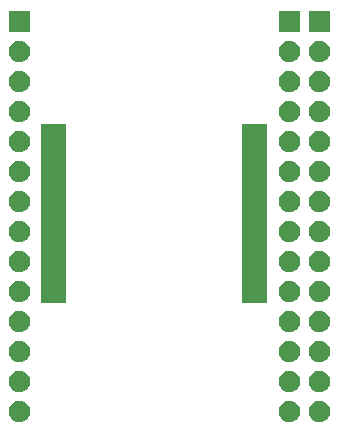
<source format=gbr>
G04 #@! TF.GenerationSoftware,KiCad,Pcbnew,5.1.5+dfsg1-2build2*
G04 #@! TF.CreationDate,2022-08-21T18:45:02-05:00*
G04 #@! TF.ProjectId,ms88sf2-breakout,6d733838-7366-4322-9d62-7265616b6f75,rev?*
G04 #@! TF.SameCoordinates,Original*
G04 #@! TF.FileFunction,Soldermask,Top*
G04 #@! TF.FilePolarity,Negative*
%FSLAX46Y46*%
G04 Gerber Fmt 4.6, Leading zero omitted, Abs format (unit mm)*
G04 Created by KiCad (PCBNEW 5.1.5+dfsg1-2build2) date 2022-08-21 18:45:02*
%MOMM*%
%LPD*%
G04 APERTURE LIST*
%ADD10C,0.100000*%
G04 APERTURE END LIST*
D10*
G36*
X77513512Y-83993927D02*
G01*
X77662812Y-84023624D01*
X77826784Y-84091544D01*
X77974354Y-84190147D01*
X78099853Y-84315646D01*
X78198456Y-84463216D01*
X78266376Y-84627188D01*
X78301000Y-84801259D01*
X78301000Y-84978741D01*
X78266376Y-85152812D01*
X78198456Y-85316784D01*
X78099853Y-85464354D01*
X77974354Y-85589853D01*
X77826784Y-85688456D01*
X77662812Y-85756376D01*
X77513512Y-85786073D01*
X77488742Y-85791000D01*
X77311258Y-85791000D01*
X77286488Y-85786073D01*
X77137188Y-85756376D01*
X76973216Y-85688456D01*
X76825646Y-85589853D01*
X76700147Y-85464354D01*
X76601544Y-85316784D01*
X76533624Y-85152812D01*
X76499000Y-84978741D01*
X76499000Y-84801259D01*
X76533624Y-84627188D01*
X76601544Y-84463216D01*
X76700147Y-84315646D01*
X76825646Y-84190147D01*
X76973216Y-84091544D01*
X77137188Y-84023624D01*
X77286488Y-83993927D01*
X77311258Y-83989000D01*
X77488742Y-83989000D01*
X77513512Y-83993927D01*
G37*
G36*
X74973512Y-83993927D02*
G01*
X75122812Y-84023624D01*
X75286784Y-84091544D01*
X75434354Y-84190147D01*
X75559853Y-84315646D01*
X75658456Y-84463216D01*
X75726376Y-84627188D01*
X75761000Y-84801259D01*
X75761000Y-84978741D01*
X75726376Y-85152812D01*
X75658456Y-85316784D01*
X75559853Y-85464354D01*
X75434354Y-85589853D01*
X75286784Y-85688456D01*
X75122812Y-85756376D01*
X74973512Y-85786073D01*
X74948742Y-85791000D01*
X74771258Y-85791000D01*
X74746488Y-85786073D01*
X74597188Y-85756376D01*
X74433216Y-85688456D01*
X74285646Y-85589853D01*
X74160147Y-85464354D01*
X74061544Y-85316784D01*
X73993624Y-85152812D01*
X73959000Y-84978741D01*
X73959000Y-84801259D01*
X73993624Y-84627188D01*
X74061544Y-84463216D01*
X74160147Y-84315646D01*
X74285646Y-84190147D01*
X74433216Y-84091544D01*
X74597188Y-84023624D01*
X74746488Y-83993927D01*
X74771258Y-83989000D01*
X74948742Y-83989000D01*
X74973512Y-83993927D01*
G37*
G36*
X52113512Y-83993927D02*
G01*
X52262812Y-84023624D01*
X52426784Y-84091544D01*
X52574354Y-84190147D01*
X52699853Y-84315646D01*
X52798456Y-84463216D01*
X52866376Y-84627188D01*
X52901000Y-84801259D01*
X52901000Y-84978741D01*
X52866376Y-85152812D01*
X52798456Y-85316784D01*
X52699853Y-85464354D01*
X52574354Y-85589853D01*
X52426784Y-85688456D01*
X52262812Y-85756376D01*
X52113512Y-85786073D01*
X52088742Y-85791000D01*
X51911258Y-85791000D01*
X51886488Y-85786073D01*
X51737188Y-85756376D01*
X51573216Y-85688456D01*
X51425646Y-85589853D01*
X51300147Y-85464354D01*
X51201544Y-85316784D01*
X51133624Y-85152812D01*
X51099000Y-84978741D01*
X51099000Y-84801259D01*
X51133624Y-84627188D01*
X51201544Y-84463216D01*
X51300147Y-84315646D01*
X51425646Y-84190147D01*
X51573216Y-84091544D01*
X51737188Y-84023624D01*
X51886488Y-83993927D01*
X51911258Y-83989000D01*
X52088742Y-83989000D01*
X52113512Y-83993927D01*
G37*
G36*
X52113512Y-81453927D02*
G01*
X52262812Y-81483624D01*
X52426784Y-81551544D01*
X52574354Y-81650147D01*
X52699853Y-81775646D01*
X52798456Y-81923216D01*
X52866376Y-82087188D01*
X52901000Y-82261259D01*
X52901000Y-82438741D01*
X52866376Y-82612812D01*
X52798456Y-82776784D01*
X52699853Y-82924354D01*
X52574354Y-83049853D01*
X52426784Y-83148456D01*
X52262812Y-83216376D01*
X52113512Y-83246073D01*
X52088742Y-83251000D01*
X51911258Y-83251000D01*
X51886488Y-83246073D01*
X51737188Y-83216376D01*
X51573216Y-83148456D01*
X51425646Y-83049853D01*
X51300147Y-82924354D01*
X51201544Y-82776784D01*
X51133624Y-82612812D01*
X51099000Y-82438741D01*
X51099000Y-82261259D01*
X51133624Y-82087188D01*
X51201544Y-81923216D01*
X51300147Y-81775646D01*
X51425646Y-81650147D01*
X51573216Y-81551544D01*
X51737188Y-81483624D01*
X51886488Y-81453927D01*
X51911258Y-81449000D01*
X52088742Y-81449000D01*
X52113512Y-81453927D01*
G37*
G36*
X77513512Y-81453927D02*
G01*
X77662812Y-81483624D01*
X77826784Y-81551544D01*
X77974354Y-81650147D01*
X78099853Y-81775646D01*
X78198456Y-81923216D01*
X78266376Y-82087188D01*
X78301000Y-82261259D01*
X78301000Y-82438741D01*
X78266376Y-82612812D01*
X78198456Y-82776784D01*
X78099853Y-82924354D01*
X77974354Y-83049853D01*
X77826784Y-83148456D01*
X77662812Y-83216376D01*
X77513512Y-83246073D01*
X77488742Y-83251000D01*
X77311258Y-83251000D01*
X77286488Y-83246073D01*
X77137188Y-83216376D01*
X76973216Y-83148456D01*
X76825646Y-83049853D01*
X76700147Y-82924354D01*
X76601544Y-82776784D01*
X76533624Y-82612812D01*
X76499000Y-82438741D01*
X76499000Y-82261259D01*
X76533624Y-82087188D01*
X76601544Y-81923216D01*
X76700147Y-81775646D01*
X76825646Y-81650147D01*
X76973216Y-81551544D01*
X77137188Y-81483624D01*
X77286488Y-81453927D01*
X77311258Y-81449000D01*
X77488742Y-81449000D01*
X77513512Y-81453927D01*
G37*
G36*
X74973512Y-81453927D02*
G01*
X75122812Y-81483624D01*
X75286784Y-81551544D01*
X75434354Y-81650147D01*
X75559853Y-81775646D01*
X75658456Y-81923216D01*
X75726376Y-82087188D01*
X75761000Y-82261259D01*
X75761000Y-82438741D01*
X75726376Y-82612812D01*
X75658456Y-82776784D01*
X75559853Y-82924354D01*
X75434354Y-83049853D01*
X75286784Y-83148456D01*
X75122812Y-83216376D01*
X74973512Y-83246073D01*
X74948742Y-83251000D01*
X74771258Y-83251000D01*
X74746488Y-83246073D01*
X74597188Y-83216376D01*
X74433216Y-83148456D01*
X74285646Y-83049853D01*
X74160147Y-82924354D01*
X74061544Y-82776784D01*
X73993624Y-82612812D01*
X73959000Y-82438741D01*
X73959000Y-82261259D01*
X73993624Y-82087188D01*
X74061544Y-81923216D01*
X74160147Y-81775646D01*
X74285646Y-81650147D01*
X74433216Y-81551544D01*
X74597188Y-81483624D01*
X74746488Y-81453927D01*
X74771258Y-81449000D01*
X74948742Y-81449000D01*
X74973512Y-81453927D01*
G37*
G36*
X77513512Y-78913927D02*
G01*
X77662812Y-78943624D01*
X77826784Y-79011544D01*
X77974354Y-79110147D01*
X78099853Y-79235646D01*
X78198456Y-79383216D01*
X78266376Y-79547188D01*
X78301000Y-79721259D01*
X78301000Y-79898741D01*
X78266376Y-80072812D01*
X78198456Y-80236784D01*
X78099853Y-80384354D01*
X77974354Y-80509853D01*
X77826784Y-80608456D01*
X77662812Y-80676376D01*
X77513512Y-80706073D01*
X77488742Y-80711000D01*
X77311258Y-80711000D01*
X77286488Y-80706073D01*
X77137188Y-80676376D01*
X76973216Y-80608456D01*
X76825646Y-80509853D01*
X76700147Y-80384354D01*
X76601544Y-80236784D01*
X76533624Y-80072812D01*
X76499000Y-79898741D01*
X76499000Y-79721259D01*
X76533624Y-79547188D01*
X76601544Y-79383216D01*
X76700147Y-79235646D01*
X76825646Y-79110147D01*
X76973216Y-79011544D01*
X77137188Y-78943624D01*
X77286488Y-78913927D01*
X77311258Y-78909000D01*
X77488742Y-78909000D01*
X77513512Y-78913927D01*
G37*
G36*
X74973512Y-78913927D02*
G01*
X75122812Y-78943624D01*
X75286784Y-79011544D01*
X75434354Y-79110147D01*
X75559853Y-79235646D01*
X75658456Y-79383216D01*
X75726376Y-79547188D01*
X75761000Y-79721259D01*
X75761000Y-79898741D01*
X75726376Y-80072812D01*
X75658456Y-80236784D01*
X75559853Y-80384354D01*
X75434354Y-80509853D01*
X75286784Y-80608456D01*
X75122812Y-80676376D01*
X74973512Y-80706073D01*
X74948742Y-80711000D01*
X74771258Y-80711000D01*
X74746488Y-80706073D01*
X74597188Y-80676376D01*
X74433216Y-80608456D01*
X74285646Y-80509853D01*
X74160147Y-80384354D01*
X74061544Y-80236784D01*
X73993624Y-80072812D01*
X73959000Y-79898741D01*
X73959000Y-79721259D01*
X73993624Y-79547188D01*
X74061544Y-79383216D01*
X74160147Y-79235646D01*
X74285646Y-79110147D01*
X74433216Y-79011544D01*
X74597188Y-78943624D01*
X74746488Y-78913927D01*
X74771258Y-78909000D01*
X74948742Y-78909000D01*
X74973512Y-78913927D01*
G37*
G36*
X52113512Y-78913927D02*
G01*
X52262812Y-78943624D01*
X52426784Y-79011544D01*
X52574354Y-79110147D01*
X52699853Y-79235646D01*
X52798456Y-79383216D01*
X52866376Y-79547188D01*
X52901000Y-79721259D01*
X52901000Y-79898741D01*
X52866376Y-80072812D01*
X52798456Y-80236784D01*
X52699853Y-80384354D01*
X52574354Y-80509853D01*
X52426784Y-80608456D01*
X52262812Y-80676376D01*
X52113512Y-80706073D01*
X52088742Y-80711000D01*
X51911258Y-80711000D01*
X51886488Y-80706073D01*
X51737188Y-80676376D01*
X51573216Y-80608456D01*
X51425646Y-80509853D01*
X51300147Y-80384354D01*
X51201544Y-80236784D01*
X51133624Y-80072812D01*
X51099000Y-79898741D01*
X51099000Y-79721259D01*
X51133624Y-79547188D01*
X51201544Y-79383216D01*
X51300147Y-79235646D01*
X51425646Y-79110147D01*
X51573216Y-79011544D01*
X51737188Y-78943624D01*
X51886488Y-78913927D01*
X51911258Y-78909000D01*
X52088742Y-78909000D01*
X52113512Y-78913927D01*
G37*
G36*
X77513512Y-76373927D02*
G01*
X77662812Y-76403624D01*
X77826784Y-76471544D01*
X77974354Y-76570147D01*
X78099853Y-76695646D01*
X78198456Y-76843216D01*
X78266376Y-77007188D01*
X78301000Y-77181259D01*
X78301000Y-77358741D01*
X78266376Y-77532812D01*
X78198456Y-77696784D01*
X78099853Y-77844354D01*
X77974354Y-77969853D01*
X77826784Y-78068456D01*
X77662812Y-78136376D01*
X77513512Y-78166073D01*
X77488742Y-78171000D01*
X77311258Y-78171000D01*
X77286488Y-78166073D01*
X77137188Y-78136376D01*
X76973216Y-78068456D01*
X76825646Y-77969853D01*
X76700147Y-77844354D01*
X76601544Y-77696784D01*
X76533624Y-77532812D01*
X76499000Y-77358741D01*
X76499000Y-77181259D01*
X76533624Y-77007188D01*
X76601544Y-76843216D01*
X76700147Y-76695646D01*
X76825646Y-76570147D01*
X76973216Y-76471544D01*
X77137188Y-76403624D01*
X77286488Y-76373927D01*
X77311258Y-76369000D01*
X77488742Y-76369000D01*
X77513512Y-76373927D01*
G37*
G36*
X52113512Y-76373927D02*
G01*
X52262812Y-76403624D01*
X52426784Y-76471544D01*
X52574354Y-76570147D01*
X52699853Y-76695646D01*
X52798456Y-76843216D01*
X52866376Y-77007188D01*
X52901000Y-77181259D01*
X52901000Y-77358741D01*
X52866376Y-77532812D01*
X52798456Y-77696784D01*
X52699853Y-77844354D01*
X52574354Y-77969853D01*
X52426784Y-78068456D01*
X52262812Y-78136376D01*
X52113512Y-78166073D01*
X52088742Y-78171000D01*
X51911258Y-78171000D01*
X51886488Y-78166073D01*
X51737188Y-78136376D01*
X51573216Y-78068456D01*
X51425646Y-77969853D01*
X51300147Y-77844354D01*
X51201544Y-77696784D01*
X51133624Y-77532812D01*
X51099000Y-77358741D01*
X51099000Y-77181259D01*
X51133624Y-77007188D01*
X51201544Y-76843216D01*
X51300147Y-76695646D01*
X51425646Y-76570147D01*
X51573216Y-76471544D01*
X51737188Y-76403624D01*
X51886488Y-76373927D01*
X51911258Y-76369000D01*
X52088742Y-76369000D01*
X52113512Y-76373927D01*
G37*
G36*
X74973512Y-76373927D02*
G01*
X75122812Y-76403624D01*
X75286784Y-76471544D01*
X75434354Y-76570147D01*
X75559853Y-76695646D01*
X75658456Y-76843216D01*
X75726376Y-77007188D01*
X75761000Y-77181259D01*
X75761000Y-77358741D01*
X75726376Y-77532812D01*
X75658456Y-77696784D01*
X75559853Y-77844354D01*
X75434354Y-77969853D01*
X75286784Y-78068456D01*
X75122812Y-78136376D01*
X74973512Y-78166073D01*
X74948742Y-78171000D01*
X74771258Y-78171000D01*
X74746488Y-78166073D01*
X74597188Y-78136376D01*
X74433216Y-78068456D01*
X74285646Y-77969853D01*
X74160147Y-77844354D01*
X74061544Y-77696784D01*
X73993624Y-77532812D01*
X73959000Y-77358741D01*
X73959000Y-77181259D01*
X73993624Y-77007188D01*
X74061544Y-76843216D01*
X74160147Y-76695646D01*
X74285646Y-76570147D01*
X74433216Y-76471544D01*
X74597188Y-76403624D01*
X74746488Y-76373927D01*
X74771258Y-76369000D01*
X74948742Y-76369000D01*
X74973512Y-76373927D01*
G37*
G36*
X55979900Y-75741000D02*
G01*
X53877900Y-75741000D01*
X53877900Y-60539000D01*
X55979900Y-60539000D01*
X55979900Y-75741000D01*
G37*
G36*
X72979900Y-75741000D02*
G01*
X70877900Y-75741000D01*
X70877900Y-60539000D01*
X72979900Y-60539000D01*
X72979900Y-75741000D01*
G37*
G36*
X77513512Y-73833927D02*
G01*
X77662812Y-73863624D01*
X77826784Y-73931544D01*
X77974354Y-74030147D01*
X78099853Y-74155646D01*
X78198456Y-74303216D01*
X78266376Y-74467188D01*
X78296073Y-74616488D01*
X78300949Y-74641000D01*
X78301000Y-74641259D01*
X78301000Y-74818741D01*
X78266376Y-74992812D01*
X78198456Y-75156784D01*
X78099853Y-75304354D01*
X77974354Y-75429853D01*
X77826784Y-75528456D01*
X77662812Y-75596376D01*
X77513512Y-75626073D01*
X77488742Y-75631000D01*
X77311258Y-75631000D01*
X77286488Y-75626073D01*
X77137188Y-75596376D01*
X76973216Y-75528456D01*
X76825646Y-75429853D01*
X76700147Y-75304354D01*
X76601544Y-75156784D01*
X76533624Y-74992812D01*
X76499000Y-74818741D01*
X76499000Y-74641259D01*
X76499052Y-74641000D01*
X76503927Y-74616488D01*
X76533624Y-74467188D01*
X76601544Y-74303216D01*
X76700147Y-74155646D01*
X76825646Y-74030147D01*
X76973216Y-73931544D01*
X77137188Y-73863624D01*
X77286488Y-73833927D01*
X77311258Y-73829000D01*
X77488742Y-73829000D01*
X77513512Y-73833927D01*
G37*
G36*
X52113512Y-73833927D02*
G01*
X52262812Y-73863624D01*
X52426784Y-73931544D01*
X52574354Y-74030147D01*
X52699853Y-74155646D01*
X52798456Y-74303216D01*
X52866376Y-74467188D01*
X52896073Y-74616488D01*
X52900949Y-74641000D01*
X52901000Y-74641259D01*
X52901000Y-74818741D01*
X52866376Y-74992812D01*
X52798456Y-75156784D01*
X52699853Y-75304354D01*
X52574354Y-75429853D01*
X52426784Y-75528456D01*
X52262812Y-75596376D01*
X52113512Y-75626073D01*
X52088742Y-75631000D01*
X51911258Y-75631000D01*
X51886488Y-75626073D01*
X51737188Y-75596376D01*
X51573216Y-75528456D01*
X51425646Y-75429853D01*
X51300147Y-75304354D01*
X51201544Y-75156784D01*
X51133624Y-74992812D01*
X51099000Y-74818741D01*
X51099000Y-74641259D01*
X51099052Y-74641000D01*
X51103927Y-74616488D01*
X51133624Y-74467188D01*
X51201544Y-74303216D01*
X51300147Y-74155646D01*
X51425646Y-74030147D01*
X51573216Y-73931544D01*
X51737188Y-73863624D01*
X51886488Y-73833927D01*
X51911258Y-73829000D01*
X52088742Y-73829000D01*
X52113512Y-73833927D01*
G37*
G36*
X74973512Y-73833927D02*
G01*
X75122812Y-73863624D01*
X75286784Y-73931544D01*
X75434354Y-74030147D01*
X75559853Y-74155646D01*
X75658456Y-74303216D01*
X75726376Y-74467188D01*
X75756073Y-74616488D01*
X75760949Y-74641000D01*
X75761000Y-74641259D01*
X75761000Y-74818741D01*
X75726376Y-74992812D01*
X75658456Y-75156784D01*
X75559853Y-75304354D01*
X75434354Y-75429853D01*
X75286784Y-75528456D01*
X75122812Y-75596376D01*
X74973512Y-75626073D01*
X74948742Y-75631000D01*
X74771258Y-75631000D01*
X74746488Y-75626073D01*
X74597188Y-75596376D01*
X74433216Y-75528456D01*
X74285646Y-75429853D01*
X74160147Y-75304354D01*
X74061544Y-75156784D01*
X73993624Y-74992812D01*
X73959000Y-74818741D01*
X73959000Y-74641259D01*
X73959052Y-74641000D01*
X73963927Y-74616488D01*
X73993624Y-74467188D01*
X74061544Y-74303216D01*
X74160147Y-74155646D01*
X74285646Y-74030147D01*
X74433216Y-73931544D01*
X74597188Y-73863624D01*
X74746488Y-73833927D01*
X74771258Y-73829000D01*
X74948742Y-73829000D01*
X74973512Y-73833927D01*
G37*
G36*
X74973512Y-71293927D02*
G01*
X75122812Y-71323624D01*
X75286784Y-71391544D01*
X75434354Y-71490147D01*
X75559853Y-71615646D01*
X75658456Y-71763216D01*
X75726376Y-71927188D01*
X75761000Y-72101259D01*
X75761000Y-72278741D01*
X75726376Y-72452812D01*
X75658456Y-72616784D01*
X75559853Y-72764354D01*
X75434354Y-72889853D01*
X75286784Y-72988456D01*
X75122812Y-73056376D01*
X74973512Y-73086073D01*
X74948742Y-73091000D01*
X74771258Y-73091000D01*
X74746488Y-73086073D01*
X74597188Y-73056376D01*
X74433216Y-72988456D01*
X74285646Y-72889853D01*
X74160147Y-72764354D01*
X74061544Y-72616784D01*
X73993624Y-72452812D01*
X73959000Y-72278741D01*
X73959000Y-72101259D01*
X73993624Y-71927188D01*
X74061544Y-71763216D01*
X74160147Y-71615646D01*
X74285646Y-71490147D01*
X74433216Y-71391544D01*
X74597188Y-71323624D01*
X74746488Y-71293927D01*
X74771258Y-71289000D01*
X74948742Y-71289000D01*
X74973512Y-71293927D01*
G37*
G36*
X77513512Y-71293927D02*
G01*
X77662812Y-71323624D01*
X77826784Y-71391544D01*
X77974354Y-71490147D01*
X78099853Y-71615646D01*
X78198456Y-71763216D01*
X78266376Y-71927188D01*
X78301000Y-72101259D01*
X78301000Y-72278741D01*
X78266376Y-72452812D01*
X78198456Y-72616784D01*
X78099853Y-72764354D01*
X77974354Y-72889853D01*
X77826784Y-72988456D01*
X77662812Y-73056376D01*
X77513512Y-73086073D01*
X77488742Y-73091000D01*
X77311258Y-73091000D01*
X77286488Y-73086073D01*
X77137188Y-73056376D01*
X76973216Y-72988456D01*
X76825646Y-72889853D01*
X76700147Y-72764354D01*
X76601544Y-72616784D01*
X76533624Y-72452812D01*
X76499000Y-72278741D01*
X76499000Y-72101259D01*
X76533624Y-71927188D01*
X76601544Y-71763216D01*
X76700147Y-71615646D01*
X76825646Y-71490147D01*
X76973216Y-71391544D01*
X77137188Y-71323624D01*
X77286488Y-71293927D01*
X77311258Y-71289000D01*
X77488742Y-71289000D01*
X77513512Y-71293927D01*
G37*
G36*
X52113512Y-71293927D02*
G01*
X52262812Y-71323624D01*
X52426784Y-71391544D01*
X52574354Y-71490147D01*
X52699853Y-71615646D01*
X52798456Y-71763216D01*
X52866376Y-71927188D01*
X52901000Y-72101259D01*
X52901000Y-72278741D01*
X52866376Y-72452812D01*
X52798456Y-72616784D01*
X52699853Y-72764354D01*
X52574354Y-72889853D01*
X52426784Y-72988456D01*
X52262812Y-73056376D01*
X52113512Y-73086073D01*
X52088742Y-73091000D01*
X51911258Y-73091000D01*
X51886488Y-73086073D01*
X51737188Y-73056376D01*
X51573216Y-72988456D01*
X51425646Y-72889853D01*
X51300147Y-72764354D01*
X51201544Y-72616784D01*
X51133624Y-72452812D01*
X51099000Y-72278741D01*
X51099000Y-72101259D01*
X51133624Y-71927188D01*
X51201544Y-71763216D01*
X51300147Y-71615646D01*
X51425646Y-71490147D01*
X51573216Y-71391544D01*
X51737188Y-71323624D01*
X51886488Y-71293927D01*
X51911258Y-71289000D01*
X52088742Y-71289000D01*
X52113512Y-71293927D01*
G37*
G36*
X77513512Y-68753927D02*
G01*
X77662812Y-68783624D01*
X77826784Y-68851544D01*
X77974354Y-68950147D01*
X78099853Y-69075646D01*
X78198456Y-69223216D01*
X78266376Y-69387188D01*
X78301000Y-69561259D01*
X78301000Y-69738741D01*
X78266376Y-69912812D01*
X78198456Y-70076784D01*
X78099853Y-70224354D01*
X77974354Y-70349853D01*
X77826784Y-70448456D01*
X77662812Y-70516376D01*
X77513512Y-70546073D01*
X77488742Y-70551000D01*
X77311258Y-70551000D01*
X77286488Y-70546073D01*
X77137188Y-70516376D01*
X76973216Y-70448456D01*
X76825646Y-70349853D01*
X76700147Y-70224354D01*
X76601544Y-70076784D01*
X76533624Y-69912812D01*
X76499000Y-69738741D01*
X76499000Y-69561259D01*
X76533624Y-69387188D01*
X76601544Y-69223216D01*
X76700147Y-69075646D01*
X76825646Y-68950147D01*
X76973216Y-68851544D01*
X77137188Y-68783624D01*
X77286488Y-68753927D01*
X77311258Y-68749000D01*
X77488742Y-68749000D01*
X77513512Y-68753927D01*
G37*
G36*
X52113512Y-68753927D02*
G01*
X52262812Y-68783624D01*
X52426784Y-68851544D01*
X52574354Y-68950147D01*
X52699853Y-69075646D01*
X52798456Y-69223216D01*
X52866376Y-69387188D01*
X52901000Y-69561259D01*
X52901000Y-69738741D01*
X52866376Y-69912812D01*
X52798456Y-70076784D01*
X52699853Y-70224354D01*
X52574354Y-70349853D01*
X52426784Y-70448456D01*
X52262812Y-70516376D01*
X52113512Y-70546073D01*
X52088742Y-70551000D01*
X51911258Y-70551000D01*
X51886488Y-70546073D01*
X51737188Y-70516376D01*
X51573216Y-70448456D01*
X51425646Y-70349853D01*
X51300147Y-70224354D01*
X51201544Y-70076784D01*
X51133624Y-69912812D01*
X51099000Y-69738741D01*
X51099000Y-69561259D01*
X51133624Y-69387188D01*
X51201544Y-69223216D01*
X51300147Y-69075646D01*
X51425646Y-68950147D01*
X51573216Y-68851544D01*
X51737188Y-68783624D01*
X51886488Y-68753927D01*
X51911258Y-68749000D01*
X52088742Y-68749000D01*
X52113512Y-68753927D01*
G37*
G36*
X74973512Y-68753927D02*
G01*
X75122812Y-68783624D01*
X75286784Y-68851544D01*
X75434354Y-68950147D01*
X75559853Y-69075646D01*
X75658456Y-69223216D01*
X75726376Y-69387188D01*
X75761000Y-69561259D01*
X75761000Y-69738741D01*
X75726376Y-69912812D01*
X75658456Y-70076784D01*
X75559853Y-70224354D01*
X75434354Y-70349853D01*
X75286784Y-70448456D01*
X75122812Y-70516376D01*
X74973512Y-70546073D01*
X74948742Y-70551000D01*
X74771258Y-70551000D01*
X74746488Y-70546073D01*
X74597188Y-70516376D01*
X74433216Y-70448456D01*
X74285646Y-70349853D01*
X74160147Y-70224354D01*
X74061544Y-70076784D01*
X73993624Y-69912812D01*
X73959000Y-69738741D01*
X73959000Y-69561259D01*
X73993624Y-69387188D01*
X74061544Y-69223216D01*
X74160147Y-69075646D01*
X74285646Y-68950147D01*
X74433216Y-68851544D01*
X74597188Y-68783624D01*
X74746488Y-68753927D01*
X74771258Y-68749000D01*
X74948742Y-68749000D01*
X74973512Y-68753927D01*
G37*
G36*
X52113512Y-66213927D02*
G01*
X52262812Y-66243624D01*
X52426784Y-66311544D01*
X52574354Y-66410147D01*
X52699853Y-66535646D01*
X52798456Y-66683216D01*
X52866376Y-66847188D01*
X52901000Y-67021259D01*
X52901000Y-67198741D01*
X52866376Y-67372812D01*
X52798456Y-67536784D01*
X52699853Y-67684354D01*
X52574354Y-67809853D01*
X52426784Y-67908456D01*
X52262812Y-67976376D01*
X52113512Y-68006073D01*
X52088742Y-68011000D01*
X51911258Y-68011000D01*
X51886488Y-68006073D01*
X51737188Y-67976376D01*
X51573216Y-67908456D01*
X51425646Y-67809853D01*
X51300147Y-67684354D01*
X51201544Y-67536784D01*
X51133624Y-67372812D01*
X51099000Y-67198741D01*
X51099000Y-67021259D01*
X51133624Y-66847188D01*
X51201544Y-66683216D01*
X51300147Y-66535646D01*
X51425646Y-66410147D01*
X51573216Y-66311544D01*
X51737188Y-66243624D01*
X51886488Y-66213927D01*
X51911258Y-66209000D01*
X52088742Y-66209000D01*
X52113512Y-66213927D01*
G37*
G36*
X77513512Y-66213927D02*
G01*
X77662812Y-66243624D01*
X77826784Y-66311544D01*
X77974354Y-66410147D01*
X78099853Y-66535646D01*
X78198456Y-66683216D01*
X78266376Y-66847188D01*
X78301000Y-67021259D01*
X78301000Y-67198741D01*
X78266376Y-67372812D01*
X78198456Y-67536784D01*
X78099853Y-67684354D01*
X77974354Y-67809853D01*
X77826784Y-67908456D01*
X77662812Y-67976376D01*
X77513512Y-68006073D01*
X77488742Y-68011000D01*
X77311258Y-68011000D01*
X77286488Y-68006073D01*
X77137188Y-67976376D01*
X76973216Y-67908456D01*
X76825646Y-67809853D01*
X76700147Y-67684354D01*
X76601544Y-67536784D01*
X76533624Y-67372812D01*
X76499000Y-67198741D01*
X76499000Y-67021259D01*
X76533624Y-66847188D01*
X76601544Y-66683216D01*
X76700147Y-66535646D01*
X76825646Y-66410147D01*
X76973216Y-66311544D01*
X77137188Y-66243624D01*
X77286488Y-66213927D01*
X77311258Y-66209000D01*
X77488742Y-66209000D01*
X77513512Y-66213927D01*
G37*
G36*
X74973512Y-66213927D02*
G01*
X75122812Y-66243624D01*
X75286784Y-66311544D01*
X75434354Y-66410147D01*
X75559853Y-66535646D01*
X75658456Y-66683216D01*
X75726376Y-66847188D01*
X75761000Y-67021259D01*
X75761000Y-67198741D01*
X75726376Y-67372812D01*
X75658456Y-67536784D01*
X75559853Y-67684354D01*
X75434354Y-67809853D01*
X75286784Y-67908456D01*
X75122812Y-67976376D01*
X74973512Y-68006073D01*
X74948742Y-68011000D01*
X74771258Y-68011000D01*
X74746488Y-68006073D01*
X74597188Y-67976376D01*
X74433216Y-67908456D01*
X74285646Y-67809853D01*
X74160147Y-67684354D01*
X74061544Y-67536784D01*
X73993624Y-67372812D01*
X73959000Y-67198741D01*
X73959000Y-67021259D01*
X73993624Y-66847188D01*
X74061544Y-66683216D01*
X74160147Y-66535646D01*
X74285646Y-66410147D01*
X74433216Y-66311544D01*
X74597188Y-66243624D01*
X74746488Y-66213927D01*
X74771258Y-66209000D01*
X74948742Y-66209000D01*
X74973512Y-66213927D01*
G37*
G36*
X74973512Y-63673927D02*
G01*
X75122812Y-63703624D01*
X75286784Y-63771544D01*
X75434354Y-63870147D01*
X75559853Y-63995646D01*
X75658456Y-64143216D01*
X75726376Y-64307188D01*
X75761000Y-64481259D01*
X75761000Y-64658741D01*
X75726376Y-64832812D01*
X75658456Y-64996784D01*
X75559853Y-65144354D01*
X75434354Y-65269853D01*
X75286784Y-65368456D01*
X75122812Y-65436376D01*
X74973512Y-65466073D01*
X74948742Y-65471000D01*
X74771258Y-65471000D01*
X74746488Y-65466073D01*
X74597188Y-65436376D01*
X74433216Y-65368456D01*
X74285646Y-65269853D01*
X74160147Y-65144354D01*
X74061544Y-64996784D01*
X73993624Y-64832812D01*
X73959000Y-64658741D01*
X73959000Y-64481259D01*
X73993624Y-64307188D01*
X74061544Y-64143216D01*
X74160147Y-63995646D01*
X74285646Y-63870147D01*
X74433216Y-63771544D01*
X74597188Y-63703624D01*
X74746488Y-63673927D01*
X74771258Y-63669000D01*
X74948742Y-63669000D01*
X74973512Y-63673927D01*
G37*
G36*
X77513512Y-63673927D02*
G01*
X77662812Y-63703624D01*
X77826784Y-63771544D01*
X77974354Y-63870147D01*
X78099853Y-63995646D01*
X78198456Y-64143216D01*
X78266376Y-64307188D01*
X78301000Y-64481259D01*
X78301000Y-64658741D01*
X78266376Y-64832812D01*
X78198456Y-64996784D01*
X78099853Y-65144354D01*
X77974354Y-65269853D01*
X77826784Y-65368456D01*
X77662812Y-65436376D01*
X77513512Y-65466073D01*
X77488742Y-65471000D01*
X77311258Y-65471000D01*
X77286488Y-65466073D01*
X77137188Y-65436376D01*
X76973216Y-65368456D01*
X76825646Y-65269853D01*
X76700147Y-65144354D01*
X76601544Y-64996784D01*
X76533624Y-64832812D01*
X76499000Y-64658741D01*
X76499000Y-64481259D01*
X76533624Y-64307188D01*
X76601544Y-64143216D01*
X76700147Y-63995646D01*
X76825646Y-63870147D01*
X76973216Y-63771544D01*
X77137188Y-63703624D01*
X77286488Y-63673927D01*
X77311258Y-63669000D01*
X77488742Y-63669000D01*
X77513512Y-63673927D01*
G37*
G36*
X52113512Y-63673927D02*
G01*
X52262812Y-63703624D01*
X52426784Y-63771544D01*
X52574354Y-63870147D01*
X52699853Y-63995646D01*
X52798456Y-64143216D01*
X52866376Y-64307188D01*
X52901000Y-64481259D01*
X52901000Y-64658741D01*
X52866376Y-64832812D01*
X52798456Y-64996784D01*
X52699853Y-65144354D01*
X52574354Y-65269853D01*
X52426784Y-65368456D01*
X52262812Y-65436376D01*
X52113512Y-65466073D01*
X52088742Y-65471000D01*
X51911258Y-65471000D01*
X51886488Y-65466073D01*
X51737188Y-65436376D01*
X51573216Y-65368456D01*
X51425646Y-65269853D01*
X51300147Y-65144354D01*
X51201544Y-64996784D01*
X51133624Y-64832812D01*
X51099000Y-64658741D01*
X51099000Y-64481259D01*
X51133624Y-64307188D01*
X51201544Y-64143216D01*
X51300147Y-63995646D01*
X51425646Y-63870147D01*
X51573216Y-63771544D01*
X51737188Y-63703624D01*
X51886488Y-63673927D01*
X51911258Y-63669000D01*
X52088742Y-63669000D01*
X52113512Y-63673927D01*
G37*
G36*
X74973512Y-61133927D02*
G01*
X75122812Y-61163624D01*
X75286784Y-61231544D01*
X75434354Y-61330147D01*
X75559853Y-61455646D01*
X75658456Y-61603216D01*
X75726376Y-61767188D01*
X75761000Y-61941259D01*
X75761000Y-62118741D01*
X75726376Y-62292812D01*
X75658456Y-62456784D01*
X75559853Y-62604354D01*
X75434354Y-62729853D01*
X75286784Y-62828456D01*
X75122812Y-62896376D01*
X74973512Y-62926073D01*
X74948742Y-62931000D01*
X74771258Y-62931000D01*
X74746488Y-62926073D01*
X74597188Y-62896376D01*
X74433216Y-62828456D01*
X74285646Y-62729853D01*
X74160147Y-62604354D01*
X74061544Y-62456784D01*
X73993624Y-62292812D01*
X73959000Y-62118741D01*
X73959000Y-61941259D01*
X73993624Y-61767188D01*
X74061544Y-61603216D01*
X74160147Y-61455646D01*
X74285646Y-61330147D01*
X74433216Y-61231544D01*
X74597188Y-61163624D01*
X74746488Y-61133927D01*
X74771258Y-61129000D01*
X74948742Y-61129000D01*
X74973512Y-61133927D01*
G37*
G36*
X77513512Y-61133927D02*
G01*
X77662812Y-61163624D01*
X77826784Y-61231544D01*
X77974354Y-61330147D01*
X78099853Y-61455646D01*
X78198456Y-61603216D01*
X78266376Y-61767188D01*
X78301000Y-61941259D01*
X78301000Y-62118741D01*
X78266376Y-62292812D01*
X78198456Y-62456784D01*
X78099853Y-62604354D01*
X77974354Y-62729853D01*
X77826784Y-62828456D01*
X77662812Y-62896376D01*
X77513512Y-62926073D01*
X77488742Y-62931000D01*
X77311258Y-62931000D01*
X77286488Y-62926073D01*
X77137188Y-62896376D01*
X76973216Y-62828456D01*
X76825646Y-62729853D01*
X76700147Y-62604354D01*
X76601544Y-62456784D01*
X76533624Y-62292812D01*
X76499000Y-62118741D01*
X76499000Y-61941259D01*
X76533624Y-61767188D01*
X76601544Y-61603216D01*
X76700147Y-61455646D01*
X76825646Y-61330147D01*
X76973216Y-61231544D01*
X77137188Y-61163624D01*
X77286488Y-61133927D01*
X77311258Y-61129000D01*
X77488742Y-61129000D01*
X77513512Y-61133927D01*
G37*
G36*
X52113512Y-61133927D02*
G01*
X52262812Y-61163624D01*
X52426784Y-61231544D01*
X52574354Y-61330147D01*
X52699853Y-61455646D01*
X52798456Y-61603216D01*
X52866376Y-61767188D01*
X52901000Y-61941259D01*
X52901000Y-62118741D01*
X52866376Y-62292812D01*
X52798456Y-62456784D01*
X52699853Y-62604354D01*
X52574354Y-62729853D01*
X52426784Y-62828456D01*
X52262812Y-62896376D01*
X52113512Y-62926073D01*
X52088742Y-62931000D01*
X51911258Y-62931000D01*
X51886488Y-62926073D01*
X51737188Y-62896376D01*
X51573216Y-62828456D01*
X51425646Y-62729853D01*
X51300147Y-62604354D01*
X51201544Y-62456784D01*
X51133624Y-62292812D01*
X51099000Y-62118741D01*
X51099000Y-61941259D01*
X51133624Y-61767188D01*
X51201544Y-61603216D01*
X51300147Y-61455646D01*
X51425646Y-61330147D01*
X51573216Y-61231544D01*
X51737188Y-61163624D01*
X51886488Y-61133927D01*
X51911258Y-61129000D01*
X52088742Y-61129000D01*
X52113512Y-61133927D01*
G37*
G36*
X52113512Y-58593927D02*
G01*
X52262812Y-58623624D01*
X52426784Y-58691544D01*
X52574354Y-58790147D01*
X52699853Y-58915646D01*
X52798456Y-59063216D01*
X52866376Y-59227188D01*
X52901000Y-59401259D01*
X52901000Y-59578741D01*
X52866376Y-59752812D01*
X52798456Y-59916784D01*
X52699853Y-60064354D01*
X52574354Y-60189853D01*
X52426784Y-60288456D01*
X52262812Y-60356376D01*
X52113512Y-60386073D01*
X52088742Y-60391000D01*
X51911258Y-60391000D01*
X51886488Y-60386073D01*
X51737188Y-60356376D01*
X51573216Y-60288456D01*
X51425646Y-60189853D01*
X51300147Y-60064354D01*
X51201544Y-59916784D01*
X51133624Y-59752812D01*
X51099000Y-59578741D01*
X51099000Y-59401259D01*
X51133624Y-59227188D01*
X51201544Y-59063216D01*
X51300147Y-58915646D01*
X51425646Y-58790147D01*
X51573216Y-58691544D01*
X51737188Y-58623624D01*
X51886488Y-58593927D01*
X51911258Y-58589000D01*
X52088742Y-58589000D01*
X52113512Y-58593927D01*
G37*
G36*
X74973512Y-58593927D02*
G01*
X75122812Y-58623624D01*
X75286784Y-58691544D01*
X75434354Y-58790147D01*
X75559853Y-58915646D01*
X75658456Y-59063216D01*
X75726376Y-59227188D01*
X75761000Y-59401259D01*
X75761000Y-59578741D01*
X75726376Y-59752812D01*
X75658456Y-59916784D01*
X75559853Y-60064354D01*
X75434354Y-60189853D01*
X75286784Y-60288456D01*
X75122812Y-60356376D01*
X74973512Y-60386073D01*
X74948742Y-60391000D01*
X74771258Y-60391000D01*
X74746488Y-60386073D01*
X74597188Y-60356376D01*
X74433216Y-60288456D01*
X74285646Y-60189853D01*
X74160147Y-60064354D01*
X74061544Y-59916784D01*
X73993624Y-59752812D01*
X73959000Y-59578741D01*
X73959000Y-59401259D01*
X73993624Y-59227188D01*
X74061544Y-59063216D01*
X74160147Y-58915646D01*
X74285646Y-58790147D01*
X74433216Y-58691544D01*
X74597188Y-58623624D01*
X74746488Y-58593927D01*
X74771258Y-58589000D01*
X74948742Y-58589000D01*
X74973512Y-58593927D01*
G37*
G36*
X77513512Y-58593927D02*
G01*
X77662812Y-58623624D01*
X77826784Y-58691544D01*
X77974354Y-58790147D01*
X78099853Y-58915646D01*
X78198456Y-59063216D01*
X78266376Y-59227188D01*
X78301000Y-59401259D01*
X78301000Y-59578741D01*
X78266376Y-59752812D01*
X78198456Y-59916784D01*
X78099853Y-60064354D01*
X77974354Y-60189853D01*
X77826784Y-60288456D01*
X77662812Y-60356376D01*
X77513512Y-60386073D01*
X77488742Y-60391000D01*
X77311258Y-60391000D01*
X77286488Y-60386073D01*
X77137188Y-60356376D01*
X76973216Y-60288456D01*
X76825646Y-60189853D01*
X76700147Y-60064354D01*
X76601544Y-59916784D01*
X76533624Y-59752812D01*
X76499000Y-59578741D01*
X76499000Y-59401259D01*
X76533624Y-59227188D01*
X76601544Y-59063216D01*
X76700147Y-58915646D01*
X76825646Y-58790147D01*
X76973216Y-58691544D01*
X77137188Y-58623624D01*
X77286488Y-58593927D01*
X77311258Y-58589000D01*
X77488742Y-58589000D01*
X77513512Y-58593927D01*
G37*
G36*
X74973512Y-56053927D02*
G01*
X75122812Y-56083624D01*
X75286784Y-56151544D01*
X75434354Y-56250147D01*
X75559853Y-56375646D01*
X75658456Y-56523216D01*
X75726376Y-56687188D01*
X75761000Y-56861259D01*
X75761000Y-57038741D01*
X75726376Y-57212812D01*
X75658456Y-57376784D01*
X75559853Y-57524354D01*
X75434354Y-57649853D01*
X75286784Y-57748456D01*
X75122812Y-57816376D01*
X74973512Y-57846073D01*
X74948742Y-57851000D01*
X74771258Y-57851000D01*
X74746488Y-57846073D01*
X74597188Y-57816376D01*
X74433216Y-57748456D01*
X74285646Y-57649853D01*
X74160147Y-57524354D01*
X74061544Y-57376784D01*
X73993624Y-57212812D01*
X73959000Y-57038741D01*
X73959000Y-56861259D01*
X73993624Y-56687188D01*
X74061544Y-56523216D01*
X74160147Y-56375646D01*
X74285646Y-56250147D01*
X74433216Y-56151544D01*
X74597188Y-56083624D01*
X74746488Y-56053927D01*
X74771258Y-56049000D01*
X74948742Y-56049000D01*
X74973512Y-56053927D01*
G37*
G36*
X52113512Y-56053927D02*
G01*
X52262812Y-56083624D01*
X52426784Y-56151544D01*
X52574354Y-56250147D01*
X52699853Y-56375646D01*
X52798456Y-56523216D01*
X52866376Y-56687188D01*
X52901000Y-56861259D01*
X52901000Y-57038741D01*
X52866376Y-57212812D01*
X52798456Y-57376784D01*
X52699853Y-57524354D01*
X52574354Y-57649853D01*
X52426784Y-57748456D01*
X52262812Y-57816376D01*
X52113512Y-57846073D01*
X52088742Y-57851000D01*
X51911258Y-57851000D01*
X51886488Y-57846073D01*
X51737188Y-57816376D01*
X51573216Y-57748456D01*
X51425646Y-57649853D01*
X51300147Y-57524354D01*
X51201544Y-57376784D01*
X51133624Y-57212812D01*
X51099000Y-57038741D01*
X51099000Y-56861259D01*
X51133624Y-56687188D01*
X51201544Y-56523216D01*
X51300147Y-56375646D01*
X51425646Y-56250147D01*
X51573216Y-56151544D01*
X51737188Y-56083624D01*
X51886488Y-56053927D01*
X51911258Y-56049000D01*
X52088742Y-56049000D01*
X52113512Y-56053927D01*
G37*
G36*
X77513512Y-56053927D02*
G01*
X77662812Y-56083624D01*
X77826784Y-56151544D01*
X77974354Y-56250147D01*
X78099853Y-56375646D01*
X78198456Y-56523216D01*
X78266376Y-56687188D01*
X78301000Y-56861259D01*
X78301000Y-57038741D01*
X78266376Y-57212812D01*
X78198456Y-57376784D01*
X78099853Y-57524354D01*
X77974354Y-57649853D01*
X77826784Y-57748456D01*
X77662812Y-57816376D01*
X77513512Y-57846073D01*
X77488742Y-57851000D01*
X77311258Y-57851000D01*
X77286488Y-57846073D01*
X77137188Y-57816376D01*
X76973216Y-57748456D01*
X76825646Y-57649853D01*
X76700147Y-57524354D01*
X76601544Y-57376784D01*
X76533624Y-57212812D01*
X76499000Y-57038741D01*
X76499000Y-56861259D01*
X76533624Y-56687188D01*
X76601544Y-56523216D01*
X76700147Y-56375646D01*
X76825646Y-56250147D01*
X76973216Y-56151544D01*
X77137188Y-56083624D01*
X77286488Y-56053927D01*
X77311258Y-56049000D01*
X77488742Y-56049000D01*
X77513512Y-56053927D01*
G37*
G36*
X74973512Y-53513927D02*
G01*
X75122812Y-53543624D01*
X75286784Y-53611544D01*
X75434354Y-53710147D01*
X75559853Y-53835646D01*
X75658456Y-53983216D01*
X75726376Y-54147188D01*
X75761000Y-54321259D01*
X75761000Y-54498741D01*
X75726376Y-54672812D01*
X75658456Y-54836784D01*
X75559853Y-54984354D01*
X75434354Y-55109853D01*
X75286784Y-55208456D01*
X75122812Y-55276376D01*
X74973512Y-55306073D01*
X74948742Y-55311000D01*
X74771258Y-55311000D01*
X74746488Y-55306073D01*
X74597188Y-55276376D01*
X74433216Y-55208456D01*
X74285646Y-55109853D01*
X74160147Y-54984354D01*
X74061544Y-54836784D01*
X73993624Y-54672812D01*
X73959000Y-54498741D01*
X73959000Y-54321259D01*
X73993624Y-54147188D01*
X74061544Y-53983216D01*
X74160147Y-53835646D01*
X74285646Y-53710147D01*
X74433216Y-53611544D01*
X74597188Y-53543624D01*
X74746488Y-53513927D01*
X74771258Y-53509000D01*
X74948742Y-53509000D01*
X74973512Y-53513927D01*
G37*
G36*
X77513512Y-53513927D02*
G01*
X77662812Y-53543624D01*
X77826784Y-53611544D01*
X77974354Y-53710147D01*
X78099853Y-53835646D01*
X78198456Y-53983216D01*
X78266376Y-54147188D01*
X78301000Y-54321259D01*
X78301000Y-54498741D01*
X78266376Y-54672812D01*
X78198456Y-54836784D01*
X78099853Y-54984354D01*
X77974354Y-55109853D01*
X77826784Y-55208456D01*
X77662812Y-55276376D01*
X77513512Y-55306073D01*
X77488742Y-55311000D01*
X77311258Y-55311000D01*
X77286488Y-55306073D01*
X77137188Y-55276376D01*
X76973216Y-55208456D01*
X76825646Y-55109853D01*
X76700147Y-54984354D01*
X76601544Y-54836784D01*
X76533624Y-54672812D01*
X76499000Y-54498741D01*
X76499000Y-54321259D01*
X76533624Y-54147188D01*
X76601544Y-53983216D01*
X76700147Y-53835646D01*
X76825646Y-53710147D01*
X76973216Y-53611544D01*
X77137188Y-53543624D01*
X77286488Y-53513927D01*
X77311258Y-53509000D01*
X77488742Y-53509000D01*
X77513512Y-53513927D01*
G37*
G36*
X52113512Y-53513927D02*
G01*
X52262812Y-53543624D01*
X52426784Y-53611544D01*
X52574354Y-53710147D01*
X52699853Y-53835646D01*
X52798456Y-53983216D01*
X52866376Y-54147188D01*
X52901000Y-54321259D01*
X52901000Y-54498741D01*
X52866376Y-54672812D01*
X52798456Y-54836784D01*
X52699853Y-54984354D01*
X52574354Y-55109853D01*
X52426784Y-55208456D01*
X52262812Y-55276376D01*
X52113512Y-55306073D01*
X52088742Y-55311000D01*
X51911258Y-55311000D01*
X51886488Y-55306073D01*
X51737188Y-55276376D01*
X51573216Y-55208456D01*
X51425646Y-55109853D01*
X51300147Y-54984354D01*
X51201544Y-54836784D01*
X51133624Y-54672812D01*
X51099000Y-54498741D01*
X51099000Y-54321259D01*
X51133624Y-54147188D01*
X51201544Y-53983216D01*
X51300147Y-53835646D01*
X51425646Y-53710147D01*
X51573216Y-53611544D01*
X51737188Y-53543624D01*
X51886488Y-53513927D01*
X51911258Y-53509000D01*
X52088742Y-53509000D01*
X52113512Y-53513927D01*
G37*
G36*
X75761000Y-52771000D02*
G01*
X73959000Y-52771000D01*
X73959000Y-50969000D01*
X75761000Y-50969000D01*
X75761000Y-52771000D01*
G37*
G36*
X78301000Y-52771000D02*
G01*
X76499000Y-52771000D01*
X76499000Y-50969000D01*
X78301000Y-50969000D01*
X78301000Y-52771000D01*
G37*
G36*
X52901000Y-52771000D02*
G01*
X51099000Y-52771000D01*
X51099000Y-50969000D01*
X52901000Y-50969000D01*
X52901000Y-52771000D01*
G37*
M02*

</source>
